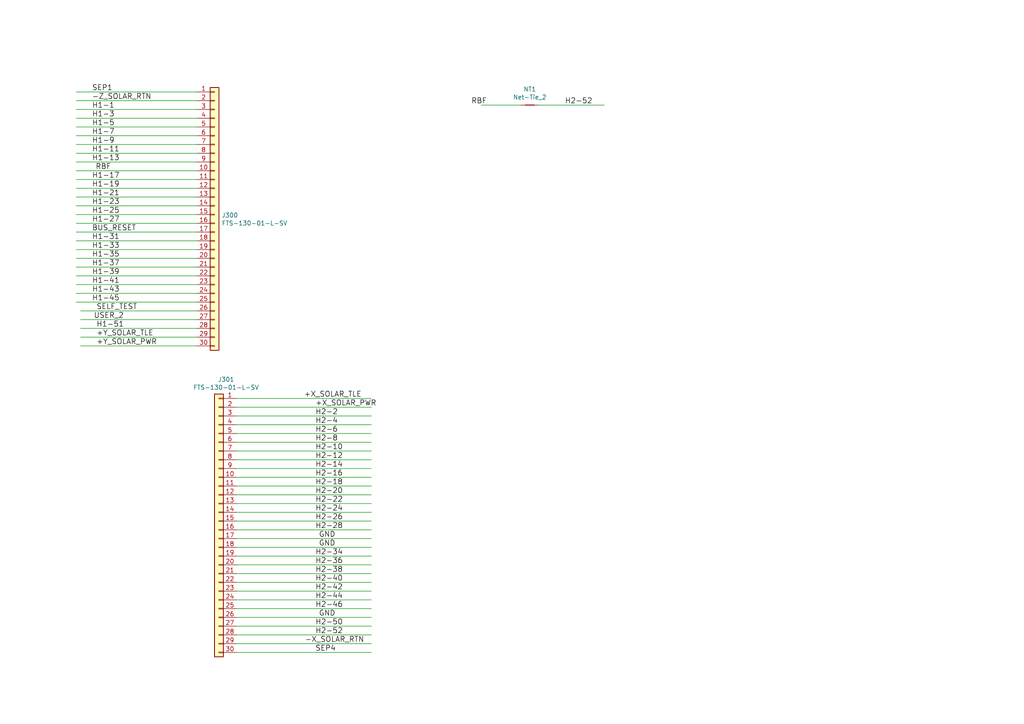
<source format=kicad_sch>
(kicad_sch (version 20211123) (generator eeschema)
  (paper "A4")
  (lib_symbols
    (symbol "Connector_Generic:Conn_01x30" (pin_names (offset 1.016) hide)
      (property "Reference" "J" (at 0 38.1 0))
      (property "Value" "Conn_01x30" (at 0 -40.64 0))
      (symbol "Conn_01x30_1_1"
        (rectangle (start -1.27 -37.973) (end 0 -38.227) (stroke (width 0.1524)))
        (rectangle (start -1.27 -35.433) (end 0 -35.687) (stroke (width 0.1524)))
        (rectangle (start -1.27 -32.893) (end 0 -33.147) (stroke (width 0.1524)))
        (rectangle (start -1.27 -30.353) (end 0 -30.607) (stroke (width 0.1524)))
        (rectangle (start -1.27 -27.813) (end 0 -28.067) (stroke (width 0.1524)))
        (rectangle (start -1.27 -25.273) (end 0 -25.527) (stroke (width 0.1524)))
        (rectangle (start -1.27 -22.733) (end 0 -22.987) (stroke (width 0.1524)))
        (rectangle (start -1.27 -20.193) (end 0 -20.447) (stroke (width 0.1524)))
        (rectangle (start -1.27 -17.653) (end 0 -17.907) (stroke (width 0.1524)))
        (rectangle (start -1.27 -15.113) (end 0 -15.367) (stroke (width 0.1524)))
        (rectangle (start -1.27 -12.573) (end 0 -12.827) (stroke (width 0.1524)))
        (rectangle (start -1.27 -10.033) (end 0 -10.287) (stroke (width 0.1524)))
        (rectangle (start -1.27 -7.493) (end 0 -7.747) (stroke (width 0.1524)))
        (rectangle (start -1.27 -4.953) (end 0 -5.207) (stroke (width 0.1524)))
        (rectangle (start -1.27 -2.413) (end 0 -2.667) (stroke (width 0.1524)))
        (rectangle (start -1.27 0.127) (end 0 -0.127) (stroke (width 0.1524)))
        (rectangle (start -1.27 2.667) (end 0 2.413) (stroke (width 0.1524)))
        (rectangle (start -1.27 5.207) (end 0 4.953) (stroke (width 0.1524)))
        (rectangle (start -1.27 7.747) (end 0 7.493) (stroke (width 0.1524)))
        (rectangle (start -1.27 10.287) (end 0 10.033) (stroke (width 0.1524)))
        (rectangle (start -1.27 12.827) (end 0 12.573) (stroke (width 0.1524)))
        (rectangle (start -1.27 15.367) (end 0 15.113) (stroke (width 0.1524)))
        (rectangle (start -1.27 17.907) (end 0 17.653) (stroke (width 0.1524)))
        (rectangle (start -1.27 20.447) (end 0 20.193) (stroke (width 0.1524)))
        (rectangle (start -1.27 22.987) (end 0 22.733) (stroke (width 0.1524)))
        (rectangle (start -1.27 25.527) (end 0 25.273) (stroke (width 0.1524)))
        (rectangle (start -1.27 28.067) (end 0 27.813) (stroke (width 0.1524)))
        (rectangle (start -1.27 30.607) (end 0 30.353) (stroke (width 0.1524)))
        (rectangle (start -1.27 33.147) (end 0 32.893) (stroke (width 0.1524)))
        (rectangle (start -1.27 35.687) (end 0 35.433) (stroke (width 0.1524)))
        (rectangle (start -1.27 36.83) (end 1.27 -39.37) (stroke (width 0.254)) (fill (type background)))
        (pin passive line (at -5.08 35.56 0) (length 3.81) (name "Pin_1") (number "1"))
        (pin passive line (at -5.08 12.7 0) (length 3.81) (name "Pin_10") (number "10"))
        (pin passive line (at -5.08 10.16 0) (length 3.81) (name "Pin_11") (number "11"))
        (pin passive line (at -5.08 7.62 0) (length 3.81) (name "Pin_12") (number "12"))
        (pin passive line (at -5.08 5.08 0) (length 3.81) (name "Pin_13") (number "13"))
        (pin passive line (at -5.08 2.54 0) (length 3.81) (name "Pin_14") (number "14"))
        (pin passive line (at -5.08 0 0) (length 3.81) (name "Pin_15") (number "15"))
        (pin passive line (at -5.08 -2.54 0) (length 3.81) (name "Pin_16") (number "16"))
        (pin passive line (at -5.08 -5.08 0) (length 3.81) (name "Pin_17") (number "17"))
        (pin passive line (at -5.08 -7.62 0) (length 3.81) (name "Pin_18") (number "18"))
        (pin passive line (at -5.08 -10.16 0) (length 3.81) (name "Pin_19") (number "19"))
        (pin passive line (at -5.08 33.02 0) (length 3.81) (name "Pin_2") (number "2"))
        (pin passive line (at -5.08 -12.7 0) (length 3.81) (name "Pin_20") (number "20"))
        (pin passive line (at -5.08 -15.24 0) (length 3.81) (name "Pin_21") (number "21"))
        (pin passive line (at -5.08 -17.78 0) (length 3.81) (name "Pin_22") (number "22"))
        (pin passive line (at -5.08 -20.32 0) (length 3.81) (name "Pin_23") (number "23"))
        (pin passive line (at -5.08 -22.86 0) (length 3.81) (name "Pin_24") (number "24"))
        (pin passive line (at -5.08 -25.4 0) (length 3.81) (name "Pin_25") (number "25"))
        (pin passive line (at -5.08 -27.94 0) (length 3.81) (name "Pin_26") (number "26"))
        (pin passive line (at -5.08 -30.48 0) (length 3.81) (name "Pin_27") (number "27"))
        (pin passive line (at -5.08 -33.02 0) (length 3.81) (name "Pin_28") (number "28"))
        (pin passive line (at -5.08 -35.56 0) (length 3.81) (name "Pin_29") (number "29"))
        (pin passive line (at -5.08 30.48 0) (length 3.81) (name "Pin_3") (number "3"))
        (pin passive line (at -5.08 -38.1 0) (length 3.81) (name "Pin_30") (number "30"))
        (pin passive line (at -5.08 27.94 0) (length 3.81) (name "Pin_4") (number "4"))
        (pin passive line (at -5.08 25.4 0) (length 3.81) (name "Pin_5") (number "5"))
        (pin passive line (at -5.08 22.86 0) (length 3.81) (name "Pin_6") (number "6"))
        (pin passive line (at -5.08 20.32 0) (length 3.81) (name "Pin_7") (number "7"))
        (pin passive line (at -5.08 17.78 0) (length 3.81) (name "Pin_8") (number "8"))
        (pin passive line (at -5.08 15.24 0) (length 3.81) (name "Pin_9") (number "9"))
      )
    )
    (symbol "backplane-rbf-rescue:Net-Tie_2-Device" (pin_numbers hide) (pin_names (offset 0) hide)
      (property "Reference" "NT" (at 0 1.27 0))
      (property "Value" "Net-Tie_2-Device" (at 0 -1.27 0))
      (symbol "Net-Tie_2-Device_0_1"
        (polyline (pts (xy -1.27 0) (xy 1.27 0)) (stroke (width 0.254)))
      )
      (symbol "Net-Tie_2-Device_1_1"
        (pin passive line (at -2.54 0 0) (length 2.54) (name "1") (number "1"))
        (pin passive line (at 2.54 0 180) (length 2.54) (name "2") (number "2"))
      )
    )
  )
  (wire (pts (xy 57.15 92.71) (xy 23.368 92.71)))
  (wire (pts (xy 107.696 166.37) (xy 68.58 166.37)))
  (wire (pts (xy 107.696 184.15) (xy 68.58 184.15)))
  (wire (pts (xy 107.696 138.43) (xy 68.58 138.43)))
  (wire (pts (xy 57.15 36.83) (xy 22.098 36.83)))
  (wire (pts (xy 57.15 44.45) (xy 22.098 44.45)))
  (wire (pts (xy 57.15 69.85) (xy 22.098 69.85)))
  (wire (pts (xy 107.696 133.35) (xy 68.58 133.35)))
  (wire (pts (xy 57.15 77.47) (xy 22.098 77.47)))
  (wire (pts (xy 107.696 189.23) (xy 68.58 189.23)))
  (wire (pts (xy 107.696 125.73) (xy 68.58 125.73)))
  (wire (pts (xy 57.15 64.77) (xy 22.098 64.77)))
  (wire (pts (xy 107.696 179.07) (xy 68.58 179.07)))
  (wire (pts (xy 57.15 67.31) (xy 22.098 67.31)))
  (wire (pts (xy 57.15 87.63) (xy 22.098 87.63)))
  (wire (pts (xy 57.15 46.99) (xy 22.098 46.99)))
  (wire (pts (xy 139.7 30.48) (xy 151.13 30.48)))
  (wire (pts (xy 107.696 168.91) (xy 68.58 168.91)))
  (wire (pts (xy 107.696 146.05) (xy 68.58 146.05)))
  (wire (pts (xy 107.696 171.45) (xy 68.58 171.45)))
  (wire (pts (xy 57.15 74.93) (xy 22.098 74.93)))
  (wire (pts (xy 107.696 186.69) (xy 68.58 186.69)))
  (wire (pts (xy 107.696 143.51) (xy 68.58 143.51)))
  (wire (pts (xy 107.696 156.21) (xy 68.58 156.21)))
  (wire (pts (xy 57.15 59.69) (xy 22.098 59.69)))
  (wire (pts (xy 57.15 49.53) (xy 22.098 49.53)))
  (wire (pts (xy 57.15 26.67) (xy 22.098 26.67)))
  (wire (pts (xy 107.696 130.81) (xy 68.58 130.81)))
  (wire (pts (xy 107.696 120.65) (xy 68.58 120.65)))
  (wire (pts (xy 57.15 95.25) (xy 23.368 95.25)))
  (wire (pts (xy 57.15 97.79) (xy 23.368 97.79)))
  (wire (pts (xy 107.696 173.99) (xy 68.58 173.99)))
  (wire (pts (xy 57.15 31.75) (xy 22.098 31.75)))
  (wire (pts (xy 107.696 158.75) (xy 68.58 158.75)))
  (wire (pts (xy 57.15 29.21) (xy 22.098 29.21)))
  (wire (pts (xy 107.696 128.27) (xy 68.58 128.27)))
  (wire (pts (xy 156.21 30.48) (xy 175.26 30.48)))
  (wire (pts (xy 107.696 135.89) (xy 68.58 135.89)))
  (wire (pts (xy 57.15 54.61) (xy 22.098 54.61)))
  (wire (pts (xy 57.15 72.39) (xy 22.098 72.39)))
  (wire (pts (xy 57.15 90.17) (xy 23.368 90.17)))
  (wire (pts (xy 57.15 100.33) (xy 23.368 100.33)))
  (wire (pts (xy 57.15 82.55) (xy 22.098 82.55)))
  (wire (pts (xy 107.696 153.67) (xy 68.58 153.67)))
  (wire (pts (xy 107.696 163.83) (xy 68.58 163.83)))
  (wire (pts (xy 107.696 123.19) (xy 68.58 123.19)))
  (wire (pts (xy 107.696 148.59) (xy 68.58 148.59)))
  (wire (pts (xy 57.15 62.23) (xy 22.098 62.23)))
  (wire (pts (xy 107.696 118.11) (xy 68.58 118.11)))
  (wire (pts (xy 107.696 176.53) (xy 68.58 176.53)))
  (wire (pts (xy 57.15 57.15) (xy 22.098 57.15)))
  (wire (pts (xy 107.696 140.97) (xy 68.58 140.97)))
  (wire (pts (xy 57.15 80.01) (xy 22.098 80.01)))
  (wire (pts (xy 107.696 115.57) (xy 68.58 115.57)))
  (wire (pts (xy 107.696 181.61) (xy 68.58 181.61)))
  (wire (pts (xy 107.696 151.13) (xy 68.58 151.13)))
  (wire (pts (xy 107.696 161.29) (xy 68.58 161.29)))
  (wire (pts (xy 57.15 85.09) (xy 22.098 85.09)))
  (wire (pts (xy 57.15 41.91) (xy 22.098 41.91)))
  (wire (pts (xy 57.15 52.07) (xy 22.098 52.07)))
  (wire (pts (xy 57.15 34.29) (xy 22.098 34.29)))
  (wire (pts (xy 57.15 39.37) (xy 22.098 39.37)))
  (label "H1-51" (at 27.94 95.25 0) (effects (font (size 1.524 1.524))))
  (label "H2-16" (at 91.44 138.43 0) (effects (font (size 1.524 1.524))))
  (label "H1-27" (at 26.67 64.77 0) (effects (font (size 1.524 1.524))))
  (label "H2-8" (at 91.44 128.27 0) (effects (font (size 1.524 1.524))))
  (label "+Y_SOLAR_TLE" (at 27.94 97.79 0) (effects (font (size 1.524 1.524))))
  (label "H1-21" (at 26.67 57.15 0) (effects (font (size 1.524 1.524))))
  (label "H1-19" (at 26.67 54.61 0) (effects (font (size 1.524 1.524))))
  (label "SELF_TEST" (at 27.94 90.17 0) (effects (font (size 1.524 1.524))))
  (label "H2-18" (at 91.44 140.97 0) (effects (font (size 1.524 1.524))))
  (label "H1-5" (at 26.67 36.83 0) (effects (font (size 1.524 1.524))))
  (label "H1-37" (at 26.67 77.47 0) (effects (font (size 1.524 1.524))))
  (label "USER_2" (at 27.178 92.71 0) (effects (font (size 1.524 1.524))))
  (label "H2-6" (at 91.44 125.73 0) (effects (font (size 1.524 1.524))))
  (label "GND" (at 92.456 158.75 0) (effects (font (size 1.524 1.524))))
  (label "H1-23" (at 26.67 59.69 0) (effects (font (size 1.524 1.524))))
  (label "H1-7" (at 26.67 39.37 0) (effects (font (size 1.524 1.524))))
  (label "H2-2" (at 91.44 120.65 0) (effects (font (size 1.524 1.524))))
  (label "H2-20" (at 91.44 143.51 0) (effects (font (size 1.524 1.524))))
  (label "H2-38" (at 91.44 166.37 0) (effects (font (size 1.524 1.524))))
  (label "H2-12" (at 91.44 133.35 0) (effects (font (size 1.524 1.524))))
  (label "H1-25" (at 26.67 62.23 0) (effects (font (size 1.524 1.524))))
  (label "GND" (at 92.456 156.21 0) (effects (font (size 1.524 1.524))))
  (label "H1-13" (at 26.67 46.99 0) (effects (font (size 1.524 1.524))))
  (label "H2-40" (at 91.44 168.91 0) (effects (font (size 1.524 1.524))))
  (label "H2-26" (at 91.44 151.13 0) (effects (font (size 1.524 1.524))))
  (label "H1-9" (at 26.67 41.91 0) (effects (font (size 1.524 1.524))))
  (label "RBF" (at 27.686 49.53 0) (effects (font (size 1.524 1.524))))
  (label "-X_SOLAR_RTN" (at 88.392 186.69 0) (effects (font (size 1.524 1.524))))
  (label "+X_SOLAR_PWR" (at 91.44 118.11 0) (effects (font (size 1.524 1.524))))
  (label "H2-24" (at 91.44 148.59 0) (effects (font (size 1.524 1.524))))
  (label "H1-1" (at 26.67 31.75 0) (effects (font (size 1.524 1.524))))
  (label "H1-35" (at 26.67 74.93 0) (effects (font (size 1.524 1.524))))
  (label "H1-39" (at 26.67 80.01 0) (effects (font (size 1.524 1.524))))
  (label "RBF" (at 141.224 30.48 180) (effects (font (size 1.524 1.524))))
  (label "H2-14" (at 91.44 135.89 0) (effects (font (size 1.524 1.524))))
  (label "H2-22" (at 91.44 146.05 0) (effects (font (size 1.524 1.524))))
  (label "H2-10" (at 91.44 130.81 0) (effects (font (size 1.524 1.524))))
  (label "H2-28" (at 91.44 153.67 0) (effects (font (size 1.524 1.524))))
  (label "-Z_SOLAR_RTN" (at 26.67 29.21 0) (effects (font (size 1.524 1.524))))
  (label "H2-34" (at 91.44 161.29 0) (effects (font (size 1.524 1.524))))
  (label "SEP4" (at 91.44 189.23 0) (effects (font (size 1.524 1.524))))
  (label "+X_SOLAR_TLE" (at 88.138 115.57 0) (effects (font (size 1.524 1.524))))
  (label "H1-3" (at 26.67 34.29 0) (effects (font (size 1.524 1.524))))
  (label "+Y_SOLAR_PWR" (at 27.94 100.33 0) (effects (font (size 1.524 1.524))))
  (label "H2-52" (at 91.44 184.15 0) (effects (font (size 1.524 1.524))))
  (label "H2-52" (at 163.83 30.48 0) (effects (font (size 1.524 1.524))))
  (label "H1-33" (at 26.67 72.39 0) (effects (font (size 1.524 1.524))))
  (label "BUS_RESET" (at 26.67 67.31 0) (effects (font (size 1.524 1.524))))
  (label "GND" (at 92.456 179.07 0) (effects (font (size 1.524 1.524))))
  (label "H1-43" (at 26.67 85.09 0) (effects (font (size 1.524 1.524))))
  (label "H2-44" (at 91.44 173.99 0) (effects (font (size 1.524 1.524))))
  (label "H1-31" (at 26.67 69.85 0) (effects (font (size 1.524 1.524))))
  (label "H2-50" (at 91.44 181.61 0) (effects (font (size 1.524 1.524))))
  (label "H1-17" (at 26.67 52.07 0) (effects (font (size 1.524 1.524))))
  (label "H2-36" (at 91.44 163.83 0) (effects (font (size 1.524 1.524))))
  (label "H1-11" (at 26.67 44.45 0) (effects (font (size 1.524 1.524))))
  (label "H2-4" (at 91.44 123.19 0) (effects (font (size 1.524 1.524))))
  (label "H1-41" (at 26.67 82.55 0) (effects (font (size 1.524 1.524))))
  (label "H2-42" (at 91.44 171.45 0) (effects (font (size 1.524 1.524))))
  (label "SEP1" (at 26.67 26.67 0) (effects (font (size 1.524 1.524))))
  (label "H1-45" (at 26.67 87.63 0) (effects (font (size 1.524 1.524))))
  (label "H2-46" (at 91.44 176.53 0) (effects (font (size 1.524 1.524))))
  (symbol (lib_id "backplane-rbf-rescue:Net-Tie_2-Device") (at 153.67 30.48 0) (unit 1)
    (property "Reference" "NT1" (at 153.67 25.8826 0))
    (property "Value" "Net-Tie_2" (at 153.67 28.194 0))
    (property "Footprint" "backplane-rbf:NetTie-2_SMD_Pad0.25mm" (effects hide))
  )
  (symbol (lib_id "Connector_Generic:Conn_01x30") (at 62.23 62.23 0) (unit 1)
    (property "Reference" "J300" (at 64.262 62.4332 0) (effects (justify left)))
    (property "Value" "FTS-130-01-L-SV" (at 64.262 64.7446 0) (effects (justify left)))
    (property "Footprint" "backplane-rbf:FTS-130-01-L-SV" (effects hide))
    (property "Datasheet" "FTS-130-01-L-SV" (effects hide))
  )
  (symbol (lib_id "Connector_Generic:Conn_01x30") (at 63.5 151.13 0) (mirror y) (unit 1)
    (property "Reference" "J301" (at 65.5828 110.0582 0))
    (property "Value" "FTS-130-01-L-SV" (at 65.5828 112.3696 0))
    (property "Footprint" "backplane-rbf:FTS-130-01-L-SV" (effects hide))
    (property "Datasheet" "FTS-130-01-L-SV" (effects hide))
  )
)
</source>
